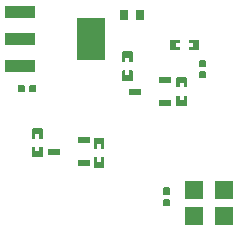
<source format=gtp>
G04 Layer: TopPasteMaskLayer*
G04 EasyEDA v6.5.29, 2023-10-05 15:07:23*
G04 0de49d076cbe44b984db42f85a7ac8d1,cce8abda2c6f4e5b9eea80e955d706a9,10*
G04 Gerber Generator version 0.2*
G04 Scale: 100 percent, Rotated: No, Reflected: No *
G04 Dimensions in millimeters *
G04 leading zeros omitted , absolute positions ,4 integer and 5 decimal *
%FSLAX45Y45*%
%MOMM*%

%AMMACRO1*21,1,$1,$2,0,0,$3*%
%ADD10R,0.8000X0.9000*%
%ADD11R,1.0700X0.6000*%
%ADD12R,2.5000X1.1000*%
%ADD13MACRO1,3.6X2.34X90.0000*%
%ADD14R,1.6000X1.5000*%

%LPD*%
G36*
X1002893Y-747217D02*
G01*
X995883Y-752195D01*
X995883Y-797204D01*
X1002893Y-802182D01*
X1050899Y-802182D01*
X1055878Y-797204D01*
X1055878Y-752195D01*
X1050899Y-747217D01*
G37*
G36*
X904900Y-747217D02*
G01*
X899921Y-752195D01*
X899921Y-797204D01*
X904900Y-802182D01*
X952906Y-802182D01*
X959916Y-797204D01*
X959916Y-752195D01*
X952906Y-747217D01*
G37*
G36*
X2441295Y-627583D02*
G01*
X2436317Y-634593D01*
X2436317Y-682599D01*
X2441295Y-687578D01*
X2486304Y-687578D01*
X2491282Y-682599D01*
X2491282Y-634593D01*
X2486304Y-627583D01*
G37*
G36*
X2441295Y-531622D02*
G01*
X2436317Y-536600D01*
X2436317Y-584606D01*
X2441295Y-591616D01*
X2486304Y-591616D01*
X2491282Y-584606D01*
X2491282Y-536600D01*
X2486304Y-531622D01*
G37*
G36*
X2136495Y-1707083D02*
G01*
X2131517Y-1714093D01*
X2131517Y-1762099D01*
X2136495Y-1767078D01*
X2181504Y-1767078D01*
X2186482Y-1762099D01*
X2186482Y-1714093D01*
X2181504Y-1707083D01*
G37*
G36*
X2136495Y-1611122D02*
G01*
X2131517Y-1616100D01*
X2131517Y-1664106D01*
X2136495Y-1671116D01*
X2181504Y-1671116D01*
X2186482Y-1664106D01*
X2186482Y-1616100D01*
X2181504Y-1611122D01*
G37*
G36*
X2246020Y-834593D02*
G01*
X2240991Y-839622D01*
X2240991Y-919581D01*
X2246020Y-924610D01*
X2325979Y-924610D01*
X2331008Y-919581D01*
X2331008Y-839622D01*
X2325979Y-834593D01*
X2303221Y-834593D01*
X2303221Y-871626D01*
X2270201Y-871626D01*
X2270201Y-834593D01*
G37*
G36*
X2246020Y-675589D02*
G01*
X2240991Y-680618D01*
X2240991Y-759612D01*
X2246020Y-764590D01*
X2270201Y-764590D01*
X2270201Y-726592D01*
X2303221Y-726592D01*
X2303221Y-764590D01*
X2325979Y-764590D01*
X2331008Y-759612D01*
X2331008Y-680618D01*
X2325979Y-675589D01*
G37*
G36*
X2191918Y-361391D02*
G01*
X2186889Y-366420D01*
X2186889Y-446379D01*
X2191918Y-451408D01*
X2271877Y-451408D01*
X2276906Y-446379D01*
X2276906Y-423621D01*
X2239924Y-423621D01*
X2239924Y-390601D01*
X2276906Y-390601D01*
X2276906Y-366420D01*
X2271877Y-361391D01*
G37*
G36*
X2351887Y-361391D02*
G01*
X2346909Y-366420D01*
X2346909Y-390601D01*
X2384907Y-390601D01*
X2384907Y-423621D01*
X2346909Y-423621D01*
X2346909Y-446379D01*
X2351887Y-451408D01*
X2430881Y-451408D01*
X2435910Y-446379D01*
X2435910Y-366420D01*
X2430881Y-361391D01*
G37*
G36*
X1547520Y-1355293D02*
G01*
X1542491Y-1360322D01*
X1542491Y-1440281D01*
X1547520Y-1445310D01*
X1627479Y-1445310D01*
X1632508Y-1440281D01*
X1632508Y-1360322D01*
X1627479Y-1355293D01*
X1604721Y-1355293D01*
X1604721Y-1392326D01*
X1571701Y-1392326D01*
X1571701Y-1355293D01*
G37*
G36*
X1547520Y-1196289D02*
G01*
X1542491Y-1201318D01*
X1542491Y-1280312D01*
X1547520Y-1285290D01*
X1571701Y-1285290D01*
X1571701Y-1247292D01*
X1604721Y-1247292D01*
X1604721Y-1285290D01*
X1627479Y-1285290D01*
X1632508Y-1280312D01*
X1632508Y-1201318D01*
X1627479Y-1196289D01*
G37*
G36*
X1788820Y-459689D02*
G01*
X1783791Y-464718D01*
X1783791Y-544677D01*
X1788820Y-549706D01*
X1811578Y-549706D01*
X1811578Y-512673D01*
X1844598Y-512673D01*
X1844598Y-549706D01*
X1868779Y-549706D01*
X1873808Y-544677D01*
X1873808Y-464718D01*
X1868779Y-459689D01*
G37*
G36*
X1788820Y-619709D02*
G01*
X1783791Y-624687D01*
X1783791Y-703681D01*
X1788820Y-708710D01*
X1868779Y-708710D01*
X1873808Y-703681D01*
X1873808Y-624687D01*
X1868779Y-619709D01*
X1844598Y-619709D01*
X1844598Y-657707D01*
X1811578Y-657707D01*
X1811578Y-619709D01*
G37*
G36*
X1026820Y-1107389D02*
G01*
X1021791Y-1112418D01*
X1021791Y-1192377D01*
X1026820Y-1197406D01*
X1049578Y-1197406D01*
X1049578Y-1160373D01*
X1082598Y-1160373D01*
X1082598Y-1197406D01*
X1106779Y-1197406D01*
X1111808Y-1192377D01*
X1111808Y-1112418D01*
X1106779Y-1107389D01*
G37*
G36*
X1026820Y-1267409D02*
G01*
X1021791Y-1272387D01*
X1021791Y-1351381D01*
X1026820Y-1356410D01*
X1106779Y-1356410D01*
X1111808Y-1351381D01*
X1111808Y-1272387D01*
X1106779Y-1267409D01*
X1082598Y-1267409D01*
X1082598Y-1305407D01*
X1049578Y-1305407D01*
X1049578Y-1267409D01*
G37*
D10*
G01*
X1796897Y-152400D03*
G01*
X1936902Y-152400D03*
D11*
G01*
X1457007Y-1403095D03*
G01*
X1457007Y-1213104D03*
G01*
X1209992Y-1308100D03*
G01*
X2142807Y-895095D03*
G01*
X2142807Y-705104D03*
G01*
X1895792Y-800100D03*
D12*
G01*
X922218Y-125603D03*
G01*
X922218Y-355600D03*
G01*
X922218Y-585596D03*
D13*
G01*
X1516202Y-355600D03*
D14*
G01*
X2387600Y-1849907D03*
G01*
X2641600Y-1849907D03*
G01*
X2641600Y-1629892D03*
G01*
X2387600Y-1629892D03*
M02*

</source>
